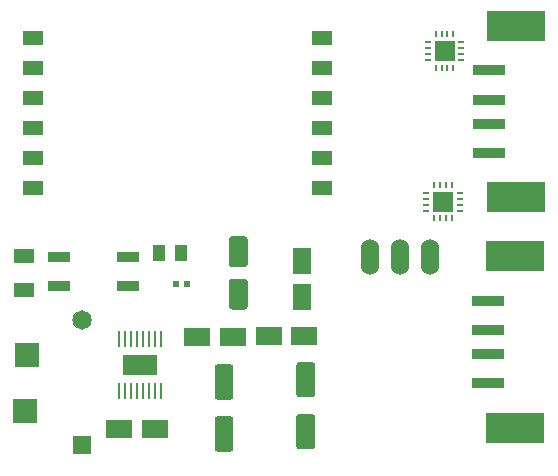
<source format=gbr>
%TF.GenerationSoftware,KiCad,Pcbnew,(5.1.9)-1*%
%TF.CreationDate,2021-03-01T12:10:23+05:30*%
%TF.ProjectId,Charger,43686172-6765-4722-9e6b-696361645f70,rev?*%
%TF.SameCoordinates,Original*%
%TF.FileFunction,Copper,L1,Top*%
%TF.FilePolarity,Positive*%
%FSLAX46Y46*%
G04 Gerber Fmt 4.6, Leading zero omitted, Abs format (unit mm)*
G04 Created by KiCad (PCBNEW (5.1.9)-1) date 2021-03-01 12:10:23*
%MOMM*%
%LPD*%
G01*
G04 APERTURE LIST*
%TA.AperFunction,SMDPad,CuDef*%
%ADD10R,2.200000X1.600000*%
%TD*%
%TA.AperFunction,SMDPad,CuDef*%
%ADD11R,1.600000X2.200000*%
%TD*%
%TA.AperFunction,SMDPad,CuDef*%
%ADD12R,2.000000X2.000000*%
%TD*%
%TA.AperFunction,SMDPad,CuDef*%
%ADD13R,1.800000X1.170000*%
%TD*%
%TA.AperFunction,SMDPad,CuDef*%
%ADD14R,1.659999X1.659999*%
%TD*%
%TA.AperFunction,SMDPad,CuDef*%
%ADD15O,0.240000X0.599999*%
%TD*%
%TA.AperFunction,SMDPad,CuDef*%
%ADD16O,0.599999X0.240000*%
%TD*%
%TA.AperFunction,SMDPad,CuDef*%
%ADD17R,1.080000X1.420000*%
%TD*%
%TA.AperFunction,SMDPad,CuDef*%
%ADD18R,1.910000X0.910000*%
%TD*%
%TA.AperFunction,ComponentPad*%
%ADD19C,1.650000*%
%TD*%
%TA.AperFunction,ComponentPad*%
%ADD20R,1.650000X1.650000*%
%TD*%
%TA.AperFunction,SMDPad,CuDef*%
%ADD21R,2.800000X0.900000*%
%TD*%
%TA.AperFunction,SMDPad,CuDef*%
%ADD22R,5.000000X2.500000*%
%TD*%
%TA.AperFunction,SMDPad,CuDef*%
%ADD23R,0.490000X0.600000*%
%TD*%
%TA.AperFunction,SMDPad,CuDef*%
%ADD24R,1.700000X1.170000*%
%TD*%
%TA.AperFunction,ComponentPad*%
%ADD25O,1.524000X3.048000*%
%TD*%
%TA.AperFunction,SMDPad,CuDef*%
%ADD26R,0.279400X1.397000*%
%TD*%
%TA.AperFunction,SMDPad,CuDef*%
%ADD27R,2.946400X1.752600*%
%TD*%
G04 APERTURE END LIST*
D10*
%TO.P,C9,2*%
%TO.N,gnd*%
X102465000Y-57785000D03*
%TO.P,C9,1*%
%TO.N,Net-(C9-Pad1)*%
X99465000Y-57785000D03*
%TD*%
%TO.P,C8,2*%
%TO.N,gnd*%
%TA.AperFunction,SMDPad,CuDef*%
G36*
G01*
X102066000Y-64390500D02*
X103166000Y-64390500D01*
G75*
G02*
X103416000Y-64640500I0J-250000D01*
G01*
X103416000Y-67140500D01*
G75*
G02*
X103166000Y-67390500I-250000J0D01*
G01*
X102066000Y-67390500D01*
G75*
G02*
X101816000Y-67140500I0J250000D01*
G01*
X101816000Y-64640500D01*
G75*
G02*
X102066000Y-64390500I250000J0D01*
G01*
G37*
%TD.AperFunction*%
%TO.P,C8,1*%
%TO.N,Net-(C8-Pad1)*%
%TA.AperFunction,SMDPad,CuDef*%
G36*
G01*
X102066000Y-59990500D02*
X103166000Y-59990500D01*
G75*
G02*
X103416000Y-60240500I0J-250000D01*
G01*
X103416000Y-62740500D01*
G75*
G02*
X103166000Y-62990500I-250000J0D01*
G01*
X102066000Y-62990500D01*
G75*
G02*
X101816000Y-62740500I0J250000D01*
G01*
X101816000Y-60240500D01*
G75*
G02*
X102066000Y-59990500I250000J0D01*
G01*
G37*
%TD.AperFunction*%
%TD*%
%TO.P,C7,2*%
%TO.N,Net-(C7-Pad2)*%
X93432500Y-57848500D03*
%TO.P,C7,1*%
%TO.N,dcm*%
X96432500Y-57848500D03*
%TD*%
%TO.P,C5,2*%
%TO.N,gnd*%
X86828500Y-65659000D03*
%TO.P,C5,1*%
%TO.N,VinL*%
X89828500Y-65659000D03*
%TD*%
D11*
%TO.P,C4,2*%
%TO.N,gnd*%
X102298500Y-51459000D03*
%TO.P,C4,1*%
%TO.N,Net-(C4-Pad1)*%
X102298500Y-54459000D03*
%TD*%
%TO.P,C3,2*%
%TO.N,gnd*%
%TA.AperFunction,SMDPad,CuDef*%
G36*
G01*
X97451000Y-51951000D02*
X96351000Y-51951000D01*
G75*
G02*
X96101000Y-51701000I0J250000D01*
G01*
X96101000Y-49601000D01*
G75*
G02*
X96351000Y-49351000I250000J0D01*
G01*
X97451000Y-49351000D01*
G75*
G02*
X97701000Y-49601000I0J-250000D01*
G01*
X97701000Y-51701000D01*
G75*
G02*
X97451000Y-51951000I-250000J0D01*
G01*
G37*
%TD.AperFunction*%
%TO.P,C3,1*%
%TO.N,Vint*%
%TA.AperFunction,SMDPad,CuDef*%
G36*
G01*
X97451000Y-55551000D02*
X96351000Y-55551000D01*
G75*
G02*
X96101000Y-55301000I0J250000D01*
G01*
X96101000Y-53201000D01*
G75*
G02*
X96351000Y-52951000I250000J0D01*
G01*
X97451000Y-52951000D01*
G75*
G02*
X97701000Y-53201000I0J-250000D01*
G01*
X97701000Y-55301000D01*
G75*
G02*
X97451000Y-55551000I-250000J0D01*
G01*
G37*
%TD.AperFunction*%
%TD*%
%TO.P,C1,2*%
%TO.N,gnd*%
%TA.AperFunction,SMDPad,CuDef*%
G36*
G01*
X95144500Y-64581000D02*
X96244500Y-64581000D01*
G75*
G02*
X96494500Y-64831000I0J-250000D01*
G01*
X96494500Y-67331000D01*
G75*
G02*
X96244500Y-67581000I-250000J0D01*
G01*
X95144500Y-67581000D01*
G75*
G02*
X94894500Y-67331000I0J250000D01*
G01*
X94894500Y-64831000D01*
G75*
G02*
X95144500Y-64581000I250000J0D01*
G01*
G37*
%TD.AperFunction*%
%TO.P,C1,1*%
%TO.N,Net-(C1-Pad1)*%
%TA.AperFunction,SMDPad,CuDef*%
G36*
G01*
X95144500Y-60181000D02*
X96244500Y-60181000D01*
G75*
G02*
X96494500Y-60431000I0J-250000D01*
G01*
X96494500Y-62931000D01*
G75*
G02*
X96244500Y-63181000I-250000J0D01*
G01*
X95144500Y-63181000D01*
G75*
G02*
X94894500Y-62931000I0J250000D01*
G01*
X94894500Y-60431000D01*
G75*
G02*
X95144500Y-60181000I250000J0D01*
G01*
G37*
%TD.AperFunction*%
%TD*%
D12*
%TO.P,TP2,1*%
%TO.N,AC2*%
X78854300Y-64160400D03*
%TD*%
%TO.P,TP1,1*%
%TO.N,AC1*%
X78981300Y-59397900D03*
%TD*%
D13*
%TO.P,F1,2*%
%TO.N,Net-(C1-Pad1)*%
X78790800Y-50981000D03*
%TO.P,F1,1*%
%TO.N,Net-(D1-Pad1)*%
X78790800Y-53921000D03*
%TD*%
D14*
%TO.P,U4,17*%
%TO.N,Net-(U4-Pad17)*%
X114363500Y-33655000D03*
D15*
%TO.P,U4,16*%
%TO.N,Net-(R6-Pad1)*%
X113613502Y-32255000D03*
%TO.P,U4,15*%
%TO.N,Net-(R5-Pad1)*%
X114113500Y-32255000D03*
%TO.P,U4,14*%
%TO.N,gnd*%
X114613502Y-32255000D03*
%TO.P,U4,13*%
%TO.N,Net-(U4-Pad13)*%
X115113501Y-32255000D03*
D16*
%TO.P,U4,12*%
%TO.N,Vout2*%
X115763500Y-32904999D03*
%TO.P,U4,11*%
%TO.N,DM2*%
X115763500Y-33404998D03*
%TO.P,U4,10*%
%TO.N,DP2*%
X115763500Y-33905000D03*
%TO.P,U4,9*%
%TO.N,Stat2*%
X115763500Y-34404998D03*
D15*
%TO.P,U4,8*%
%TO.N,Vint*%
X115113501Y-35055000D03*
%TO.P,U4,7*%
X114613502Y-35055000D03*
%TO.P,U4,6*%
%TO.N,gnd*%
X114113500Y-35055000D03*
%TO.P,U4,5*%
%TO.N,Vint*%
X113613502Y-35055000D03*
D16*
%TO.P,U4,4*%
%TO.N,Stat1*%
X112963500Y-34404998D03*
%TO.P,U4,3*%
%TO.N,Net-(U4-Pad3)*%
X112963500Y-33905000D03*
%TO.P,U4,2*%
%TO.N,Net-(U4-Pad2)*%
X112963500Y-33404998D03*
%TO.P,U4,1*%
%TO.N,Vint*%
X112963500Y-32904999D03*
%TD*%
D14*
%TO.P,U2,17*%
%TO.N,Net-(U2-Pad17)*%
X114236500Y-46418500D03*
D15*
%TO.P,U2,16*%
%TO.N,Net-(R4-Pad1)*%
X113486502Y-45018500D03*
%TO.P,U2,15*%
%TO.N,Net-(R3-Pad1)*%
X113986500Y-45018500D03*
%TO.P,U2,14*%
%TO.N,gnd*%
X114486502Y-45018500D03*
%TO.P,U2,13*%
%TO.N,Net-(U2-Pad13)*%
X114986501Y-45018500D03*
D16*
%TO.P,U2,12*%
%TO.N,Vout1*%
X115636500Y-45668499D03*
%TO.P,U2,11*%
%TO.N,DM1*%
X115636500Y-46168498D03*
%TO.P,U2,10*%
%TO.N,DP1*%
X115636500Y-46668500D03*
%TO.P,U2,9*%
%TO.N,Stat1*%
X115636500Y-47168498D03*
D15*
%TO.P,U2,8*%
%TO.N,Vint*%
X114986501Y-47818500D03*
%TO.P,U2,7*%
X114486502Y-47818500D03*
%TO.P,U2,6*%
%TO.N,gnd*%
X113986500Y-47818500D03*
%TO.P,U2,5*%
%TO.N,Vint*%
X113486502Y-47818500D03*
D16*
%TO.P,U2,4*%
%TO.N,Stat2*%
X112836500Y-47168498D03*
%TO.P,U2,3*%
%TO.N,Net-(U2-Pad3)*%
X112836500Y-46668500D03*
%TO.P,U2,2*%
%TO.N,Net-(U2-Pad2)*%
X112836500Y-46168498D03*
%TO.P,U2,1*%
%TO.N,Vint*%
X112836500Y-45668499D03*
%TD*%
D17*
%TO.P,C6,1*%
%TO.N,Net-(C6-Pad1)*%
X90227500Y-50800000D03*
%TO.P,C6,2*%
%TO.N,gnd*%
X92017500Y-50800000D03*
%TD*%
D18*
%TO.P,D1,1*%
%TO.N,Net-(D1-Pad1)*%
X87532800Y-53549000D03*
%TO.P,D1,2*%
%TO.N,gnd*%
X87532800Y-51099000D03*
%TO.P,D1,3*%
%TO.N,AC1*%
X81732800Y-51099000D03*
%TO.P,D1,4*%
%TO.N,AC2*%
X81732800Y-53549000D03*
%TD*%
D19*
%TO.P,D2,A*%
%TO.N,Net-(D2-PadA)*%
X83642200Y-56422000D03*
D20*
%TO.P,D2,C*%
%TO.N,VinL*%
X83642200Y-67022000D03*
%TD*%
D21*
%TO.P,J2,04*%
%TO.N,gnd*%
X118070000Y-54793000D03*
%TO.P,J2,02*%
%TO.N,DM1*%
X118070000Y-59293000D03*
%TO.P,J2,01*%
%TO.N,Vout1*%
X118070000Y-61793000D03*
%TO.P,J2,03*%
%TO.N,DP1*%
X118070000Y-57293000D03*
D22*
%TO.P,J2,S1*%
%TO.N,Net-(J2-PadS1)*%
X120320000Y-65543000D03*
%TO.P,J2,S2*%
X120320000Y-51043000D03*
%TD*%
%TO.P,J3,S2*%
%TO.N,Net-(J3-PadS1)*%
X120383500Y-31548500D03*
%TO.P,J3,S1*%
X120383500Y-46048500D03*
D21*
%TO.P,J3,03*%
%TO.N,DP2*%
X118133500Y-37798500D03*
%TO.P,J3,01*%
%TO.N,Vout2*%
X118133500Y-42298500D03*
%TO.P,J3,02*%
%TO.N,DM2*%
X118133500Y-39798500D03*
%TO.P,J3,04*%
%TO.N,gnd*%
X118133500Y-35298500D03*
%TD*%
D23*
%TO.P,R18,1*%
%TO.N,Net-(Q1-Pad3)*%
X91620000Y-53403500D03*
%TO.P,R18,2*%
%TO.N,gnd*%
X92530000Y-53403500D03*
%TD*%
D24*
%TO.P,T1,1*%
%TO.N,Vsmp*%
X104009800Y-45262800D03*
%TO.P,T1,2*%
%TO.N,Net-(T1-Pad2)*%
X104009800Y-42722800D03*
%TO.P,T1,3*%
%TO.N,Vsmp*%
X104009800Y-40182800D03*
%TO.P,T1,4*%
%TO.N,gnd*%
X104009800Y-37642800D03*
%TO.P,T1,5*%
%TO.N,Net-(T1-Pad5)*%
X104009800Y-35102800D03*
%TO.P,T1,6*%
%TO.N,gnd*%
X104009800Y-32562800D03*
%TO.P,T1,7*%
X79479800Y-32562800D03*
%TO.P,T1,8*%
%TO.N,Net-(T1-Pad8)*%
X79479800Y-35102800D03*
%TO.P,T1,9*%
%TO.N,dcm*%
X79479800Y-37642800D03*
%TO.P,T1,10*%
%TO.N,Net-(T1-Pad10)*%
X79479800Y-40182800D03*
%TO.P,T1,11*%
%TO.N,Net-(D5-Pad1)*%
X79479800Y-42722800D03*
%TO.P,T1,12*%
%TO.N,Net-(C1-Pad1)*%
X79479800Y-45262800D03*
%TD*%
D25*
%TO.P,U1,1*%
%TO.N,gnd*%
X113157000Y-51117500D03*
%TO.P,U1,2*%
%TO.N,Vint*%
X110617000Y-51117500D03*
%TO.P,U1,3*%
%TO.N,Net-(C8-Pad1)*%
X108077000Y-51117500D03*
%TD*%
D26*
%TO.P,U3,1*%
%TO.N,Net-(R7-Pad1)*%
X90321130Y-58064400D03*
%TO.P,U3,2*%
X89820750Y-58064400D03*
%TO.P,U3,3*%
%TO.N,Net-(R10-Pad1)*%
X89320369Y-58064400D03*
%TO.P,U3,4*%
%TO.N,Net-(R7-Pad1)*%
X88819991Y-58064400D03*
%TO.P,U3,5*%
%TO.N,Net-(R7-Pad2)*%
X88319609Y-58064400D03*
%TO.P,U3,6*%
%TO.N,Net-(C4-Pad1)*%
X87819231Y-58064400D03*
%TO.P,U3,7*%
%TO.N,Net-(C2-Pad2)*%
X87318850Y-58064400D03*
%TO.P,U3,8*%
%TO.N,Net-(C2-Pad1)*%
X86818470Y-58064400D03*
%TO.P,U3,9*%
%TO.N,Net-(C9-Pad1)*%
X86818470Y-62433200D03*
%TO.P,U3,10*%
%TO.N,Net-(C7-Pad2)*%
X87318850Y-62433200D03*
%TO.P,U3,11*%
%TO.N,VinL*%
X87819231Y-62433200D03*
%TO.P,U3,12*%
%TO.N,en*%
X88319609Y-62433200D03*
%TO.P,U3,13*%
%TO.N,Net-(C6-Pad1)*%
X88819991Y-62433200D03*
%TO.P,U3,14*%
%TO.N,Net-(Q1-Pad1)*%
X89320369Y-62433200D03*
%TO.P,U3,15*%
%TO.N,Net-(Q1-Pad3)*%
X89820750Y-62433200D03*
%TO.P,U3,16*%
%TO.N,Vin_sense*%
X90321130Y-62433200D03*
D27*
%TO.P,U3,17*%
%TO.N,gnd*%
X88569800Y-60248800D03*
%TD*%
M02*

</source>
